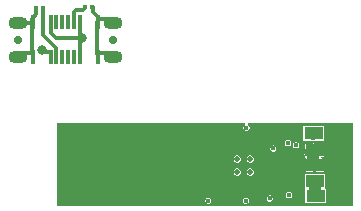
<source format=gbr>
%TF.GenerationSoftware,Altium Limited,Altium Designer,23.10.1 (27)*%
G04 Layer_Physical_Order=4*
G04 Layer_Color=16711680*
%FSLAX45Y45*%
%MOMM*%
%TF.SameCoordinates,C732C167-A78C-4608-B65C-7F4C8643914A*%
%TF.FilePolarity,Positive*%
%TF.FileFunction,Copper,L4,Bot,Signal*%
%TF.Part,Single*%
G01*
G75*
%TA.AperFunction,SMDPad,CuDef*%
%ADD15R,0.30000X0.30000*%
%TA.AperFunction,Conductor*%
%ADD20C,0.30000*%
%ADD21C,1.00000*%
%TA.AperFunction,ComponentPad*%
%ADD22O,1.60000X1.10000*%
%ADD23C,0.71000*%
%TA.AperFunction,ViaPad*%
%ADD24C,0.40000*%
%ADD25C,0.50000*%
%ADD26C,0.80000*%
%TA.AperFunction,SMDPad,CuDef*%
%ADD27R,0.30000X1.15000*%
%ADD28R,1.60000X1.10000*%
G36*
X30325522Y1938900D02*
X30325400Y1926250D01*
X27832678D01*
X27823697Y1935231D01*
X27823724Y2626116D01*
X27823816Y2626156D01*
X29410345D01*
X29412872Y2613456D01*
X29411688Y2612966D01*
X29404233Y2605511D01*
X29400201Y2595771D01*
Y2585229D01*
X29404233Y2575489D01*
X29411688Y2568034D01*
X29421429Y2564000D01*
X29431970D01*
X29441711Y2568034D01*
X29449167Y2575489D01*
X29453201Y2585229D01*
Y2595771D01*
X29449167Y2605511D01*
X29441711Y2612966D01*
X29440527Y2613456D01*
X29443054Y2626156D01*
X30325522D01*
Y1938900D01*
D02*
G37*
%LPC*%
G36*
X29539706Y2528179D02*
Y2525294D01*
X29542590D01*
X29539706Y2528179D01*
D02*
G37*
G36*
X29514304D02*
X29511420Y2525294D01*
X29514304D01*
Y2528179D01*
D02*
G37*
G36*
X28546539Y2512824D02*
Y2509939D01*
X28549423D01*
X28546539Y2512824D01*
D02*
G37*
G36*
X28521140D02*
X28518256Y2509939D01*
X28521140D01*
Y2512824D01*
D02*
G37*
G36*
X29542590Y2499894D02*
X29539706D01*
Y2497010D01*
X29542590Y2499894D01*
D02*
G37*
G36*
X29514304D02*
X29511420D01*
X29514304Y2497010D01*
Y2499894D01*
D02*
G37*
G36*
X29668274Y2489290D02*
Y2486405D01*
X29671161D01*
X29668274Y2489290D01*
D02*
G37*
G36*
X29642874D02*
X29639990Y2486405D01*
X29642874D01*
Y2489290D01*
D02*
G37*
G36*
X28407901Y2489185D02*
Y2486300D01*
X28410785D01*
X28407901Y2489185D01*
D02*
G37*
G36*
X28382501D02*
X28379614Y2486300D01*
X28382501D01*
Y2489185D01*
D02*
G37*
G36*
X28549423Y2484539D02*
X28546539D01*
Y2481655D01*
X28549423Y2484539D01*
D02*
G37*
G36*
X28521140D02*
X28518256D01*
X28521140Y2481655D01*
Y2484539D01*
D02*
G37*
G36*
X30081500Y2601500D02*
X29908499D01*
Y2478500D01*
X29981219D01*
X29982428Y2478000D01*
X29992972D01*
X29994180Y2478500D01*
X30081500D01*
Y2601500D01*
D02*
G37*
G36*
X28971936Y2477857D02*
Y2474972D01*
X28974820D01*
X28971936Y2477857D01*
D02*
G37*
G36*
X28946536D02*
X28943652Y2474972D01*
X28946536D01*
Y2477857D01*
D02*
G37*
G36*
X28817249D02*
Y2474972D01*
X28820132D01*
X28817249Y2477857D01*
D02*
G37*
G36*
X28791849D02*
X28788965Y2474972D01*
X28791849D01*
Y2477857D01*
D02*
G37*
G36*
X28668219Y2472198D02*
Y2469313D01*
X28671103D01*
X28668219Y2472198D01*
D02*
G37*
G36*
X28642819D02*
X28639935Y2469313D01*
X28642819D01*
Y2472198D01*
D02*
G37*
G36*
X29671161Y2461005D02*
X29668274D01*
Y2458121D01*
X29671161Y2461005D01*
D02*
G37*
G36*
X29642874D02*
X29639990D01*
X29642874Y2458121D01*
Y2461005D01*
D02*
G37*
G36*
X28410785Y2460900D02*
X28407901D01*
Y2458016D01*
X28410785Y2460900D01*
D02*
G37*
G36*
X28382501D02*
X28379614D01*
X28382501Y2458016D01*
Y2460900D01*
D02*
G37*
G36*
X28974820Y2449572D02*
X28971936D01*
Y2446688D01*
X28974820Y2449572D01*
D02*
G37*
G36*
X28946536D02*
X28943652D01*
X28946536Y2446688D01*
Y2449572D01*
D02*
G37*
G36*
X28820132D02*
X28817249D01*
Y2446688D01*
X28820132Y2449572D01*
D02*
G37*
G36*
X28791849D02*
X28788965D01*
X28791849Y2446688D01*
Y2449572D01*
D02*
G37*
G36*
X28671103Y2443913D02*
X28668219D01*
Y2441029D01*
X28671103Y2443913D01*
D02*
G37*
G36*
X28642819D02*
X28639935D01*
X28642819Y2441029D01*
Y2443913D01*
D02*
G37*
G36*
X29784171Y2485000D02*
X29773630D01*
X29763889Y2480966D01*
X29756433Y2473511D01*
X29752399Y2463771D01*
Y2453229D01*
X29756433Y2443489D01*
X29763889Y2436034D01*
X29773630Y2432000D01*
X29784171D01*
X29793912Y2436034D01*
X29801367Y2443489D01*
X29805399Y2453229D01*
Y2463771D01*
X29801367Y2473511D01*
X29793912Y2480966D01*
X29784171Y2485000D01*
D02*
G37*
G36*
X29851672Y2467200D02*
X29841129D01*
X29831390Y2463166D01*
X29823935Y2455711D01*
X29819901Y2445971D01*
Y2435429D01*
X29823935Y2425689D01*
X29831390Y2418234D01*
X29841129Y2414200D01*
X29851672D01*
X29861411Y2418234D01*
X29868866Y2425689D01*
X29872900Y2435429D01*
Y2445971D01*
X29868866Y2455711D01*
X29861411Y2463166D01*
X29851672Y2467200D01*
D02*
G37*
G36*
X29996899Y2456207D02*
X29983792Y2453600D01*
X29922800D01*
Y2411299D01*
X30002798D01*
X30082800D01*
Y2453600D01*
X30010007D01*
X29996899Y2456207D01*
D02*
G37*
G36*
X29658871Y2439600D02*
X29648328D01*
X29638589Y2435566D01*
X29631134Y2428111D01*
X29627100Y2418371D01*
Y2407829D01*
X29631134Y2398089D01*
X29638589Y2390634D01*
X29648328Y2386600D01*
X29658871D01*
X29668610Y2390634D01*
X29676065Y2398089D01*
X29680099Y2407829D01*
Y2418371D01*
X29676065Y2428111D01*
X29668610Y2435566D01*
X29658871Y2439600D01*
D02*
G37*
G36*
X29465265Y2355300D02*
X29452734D01*
X29441156Y2350505D01*
X29432294Y2341644D01*
X29427499Y2330066D01*
Y2317534D01*
X29432294Y2305957D01*
X29441156Y2297095D01*
X29452734Y2292300D01*
X29465265D01*
X29476843Y2297095D01*
X29485706Y2305957D01*
X29490500Y2317534D01*
Y2330066D01*
X29485706Y2341644D01*
X29476843Y2350505D01*
X29465265Y2355300D01*
D02*
G37*
G36*
X29355267D02*
X29342734D01*
X29331155Y2350505D01*
X29322296Y2341644D01*
X29317499Y2330066D01*
Y2317534D01*
X29322296Y2305957D01*
X29331155Y2297095D01*
X29342734Y2292300D01*
X29355267D01*
X29366843Y2297095D01*
X29375705Y2305957D01*
X29380499Y2317534D01*
Y2330066D01*
X29375705Y2341644D01*
X29366843Y2350505D01*
X29355267Y2355300D01*
D02*
G37*
G36*
X30082800Y2385899D02*
X30002798D01*
X29922800D01*
Y2376554D01*
X29918948Y2370789D01*
X29917279Y2362400D01*
X29918948Y2354011D01*
X29922800Y2348245D01*
Y2343600D01*
X29924924D01*
X29928500Y2336471D01*
X29926700Y2327700D01*
X29926700D01*
Y2285401D01*
X30006699D01*
X30086700D01*
Y2327700D01*
X30063943D01*
X30054529Y2340400D01*
X30055502Y2343600D01*
X30082800D01*
Y2385899D01*
D02*
G37*
G36*
X30086700Y2260001D02*
X30019400D01*
Y2217700D01*
X30086700D01*
Y2260001D01*
D02*
G37*
G36*
X29994000D02*
X29926700D01*
Y2217700D01*
X29994000D01*
Y2260001D01*
D02*
G37*
G36*
X29465265Y2245300D02*
X29452734D01*
X29441156Y2240505D01*
X29432294Y2231643D01*
X29427499Y2220066D01*
Y2207534D01*
X29432294Y2195956D01*
X29441156Y2187095D01*
X29452734Y2182300D01*
X29465265D01*
X29476843Y2187095D01*
X29485706Y2195956D01*
X29490500Y2207534D01*
Y2220066D01*
X29485706Y2231643D01*
X29476843Y2240505D01*
X29465265Y2245300D01*
D02*
G37*
G36*
X29355267D02*
X29342734D01*
X29331155Y2240505D01*
X29322296Y2231643D01*
X29317499Y2220066D01*
Y2207534D01*
X29322296Y2195956D01*
X29331155Y2187095D01*
X29342734Y2182300D01*
X29355267D01*
X29366843Y2187095D01*
X29375705Y2195956D01*
X29380499Y2207534D01*
Y2220066D01*
X29375705Y2231643D01*
X29366843Y2240505D01*
X29355267Y2245300D01*
D02*
G37*
G36*
X29792972Y2045000D02*
X29782428D01*
X29772690Y2040966D01*
X29765234Y2033511D01*
X29761200Y2023771D01*
Y2013229D01*
X29765234Y2003489D01*
X29772690Y1996034D01*
X29782428Y1992000D01*
X29792972D01*
X29802710Y1996034D01*
X29810165Y2003489D01*
X29814200Y2013229D01*
Y2023771D01*
X29810165Y2033511D01*
X29802710Y2040966D01*
X29792972Y2045000D01*
D02*
G37*
G36*
X29629572Y2016000D02*
X29619028D01*
X29609290Y2011966D01*
X29601834Y2004511D01*
X29597800Y1994771D01*
Y1984229D01*
X29601834Y1974489D01*
X29609290Y1967034D01*
X29619028Y1963000D01*
X29629572D01*
X29639310Y1967034D01*
X29646765Y1974489D01*
X29650800Y1984229D01*
Y1994771D01*
X29646765Y2004511D01*
X29639310Y2011966D01*
X29629572Y2016000D01*
D02*
G37*
G36*
X30094199Y2196700D02*
X29921201D01*
Y2073700D01*
X29925101D01*
Y1950700D01*
X30098099D01*
Y2020421D01*
X30098599Y2021629D01*
Y2032171D01*
X30098099Y2033379D01*
Y2073700D01*
X30094199D01*
Y2196700D01*
D02*
G37*
G36*
X29426770Y1997400D02*
X29416229D01*
X29406488Y1993366D01*
X29399033Y1985911D01*
X29395001Y1976171D01*
Y1965629D01*
X29399033Y1955889D01*
X29406488Y1948434D01*
X29416229Y1944400D01*
X29426770D01*
X29436511Y1948434D01*
X29443967Y1955889D01*
X29448001Y1965629D01*
Y1976171D01*
X29443967Y1985911D01*
X29436511Y1993366D01*
X29426770Y1997400D01*
D02*
G37*
G36*
X29107672Y1996900D02*
X29097128D01*
X29087390Y1992866D01*
X29079935Y1985411D01*
X29075900Y1975671D01*
Y1965129D01*
X29079935Y1955389D01*
X29087390Y1947934D01*
X29097128Y1943900D01*
X29107672D01*
X29117410Y1947934D01*
X29124866Y1955389D01*
X29128900Y1965129D01*
Y1975671D01*
X29124866Y1985411D01*
X29117410Y1992866D01*
X29107672Y1996900D01*
D02*
G37*
%LPD*%
D15*
X27707700Y3604500D02*
D03*
X27647699D02*
D03*
X28057700Y3614500D02*
D03*
X28117700D02*
D03*
D20*
X30006699Y2290500D02*
X30027399D01*
X29996899Y2398600D02*
X30002802D01*
X29975400D02*
X29996899D01*
X30002802Y2322600D02*
X30006308Y2319091D01*
Y2290891D02*
Y2319091D01*
X30002802Y2276600D02*
Y2322600D01*
X30006308Y2290891D02*
X30006699Y2290500D01*
X29991901Y2333500D02*
X30002802Y2322600D01*
Y2276600D02*
X30006699Y2272700D01*
X30007700Y2016100D02*
X30011600Y2012200D01*
X29939200Y2362400D02*
X29975400Y2398600D01*
X28167700Y3507500D02*
X28287698D01*
X27612698Y3476000D02*
X27617700D01*
X27612698Y3481500D02*
Y3513000D01*
X28162698Y3221500D02*
Y3481500D01*
Y3221500D02*
X28287698D01*
X27487698D02*
X27612698D01*
X27492700Y3476000D02*
X27612698D01*
Y3221500D02*
Y3476000D01*
X27617700D02*
Y3481500D01*
X27728729Y3227000D02*
X27767700D01*
Y3394500D02*
X27812851Y3349349D01*
X27767700Y3394500D02*
Y3481500D01*
X27812851Y3349349D02*
X28035468D01*
X27707700Y3374500D02*
X27817700Y3264500D01*
X27707700Y3374500D02*
Y3604500D01*
X27817700Y3184500D02*
Y3264500D01*
X27697699Y3244500D02*
X27711230D01*
X27728729Y3227000D01*
X28017700Y3184500D02*
Y3318049D01*
X28035468Y3335819D01*
Y3349349D01*
X28017700Y3380649D02*
X28035468Y3362879D01*
Y3349349D02*
Y3362879D01*
X28017700Y3380649D02*
Y3481500D01*
X27767700Y3184500D02*
Y3227000D01*
X28167700Y3507500D02*
Y3524000D01*
Y3481500D02*
Y3507500D01*
X28125272Y3566427D02*
Y3606926D01*
Y3566427D02*
X28167700Y3524000D01*
X28117700Y3614500D02*
X28125272Y3606926D01*
X27647699Y3548001D02*
Y3604500D01*
X27612698Y3513000D02*
X27647699Y3548001D01*
X27967700Y3481500D02*
Y3566926D01*
X27985275Y3584500D02*
X28040125D01*
X27967700Y3566926D02*
X27985275Y3584500D01*
X28040125D02*
X28057700Y3602074D01*
Y3614500D01*
X27612698Y3216000D02*
Y3221500D01*
X28162698Y3216000D02*
Y3221500D01*
D21*
X29991901Y2333500D02*
Y2393600D01*
X29996899Y2398600D01*
X30007700Y2016100D02*
Y2135200D01*
D22*
X27492700Y3476000D02*
D03*
Y3190000D02*
D03*
X28292700D02*
D03*
Y3476000D02*
D03*
D23*
X27492700Y3333000D02*
D03*
X28292700D02*
D03*
D24*
X29846399Y2440700D02*
D03*
X29655576Y2473705D02*
D03*
X29527005Y2512594D02*
D03*
X29778900Y2458500D02*
D03*
X29653601Y2413100D02*
D03*
X28533838Y2497239D02*
D03*
X28804547Y2462272D02*
D03*
X28959235D02*
D03*
X28655518Y2456613D02*
D03*
X28395200Y2473600D02*
D03*
X29955499Y2250700D02*
D03*
X29991901Y2333500D02*
D03*
X30060300Y2143400D02*
D03*
X30072101Y2026900D02*
D03*
X29969101Y2020900D02*
D03*
X29939200Y2362400D02*
D03*
X29941599Y2545900D02*
D03*
X30036600Y2561200D02*
D03*
X29987701Y2504500D02*
D03*
X29102399Y1970400D02*
D03*
X29426700Y2590500D02*
D03*
X29624301Y1989500D02*
D03*
X29421500Y1970900D02*
D03*
X29787701Y2018500D02*
D03*
D25*
X29459000Y2323800D02*
D03*
Y2213800D02*
D03*
X29348999Y2323800D02*
D03*
Y2213800D02*
D03*
D26*
X27697699Y3244500D02*
D03*
X28035468Y3349349D02*
D03*
D27*
X27617700Y3184500D02*
D03*
Y3481500D02*
D03*
X27767700Y3184500D02*
D03*
X27817700D02*
D03*
X27867700D02*
D03*
X27917700D02*
D03*
X27967700D02*
D03*
X28017700D02*
D03*
X28167700D02*
D03*
X27767700Y3481500D02*
D03*
X27817700D02*
D03*
X27867700D02*
D03*
X27917700D02*
D03*
X27967700D02*
D03*
X28017700D02*
D03*
X28167700D02*
D03*
D28*
X29995001Y2540000D02*
D03*
X30011600Y2012200D02*
D03*
X30007700Y2135200D02*
D03*
X30002802Y2398600D02*
D03*
X30006699Y2272700D02*
D03*
%TF.MD5,7c97b694078a26b7f3e3f2b18f966c31*%
M02*

</source>
